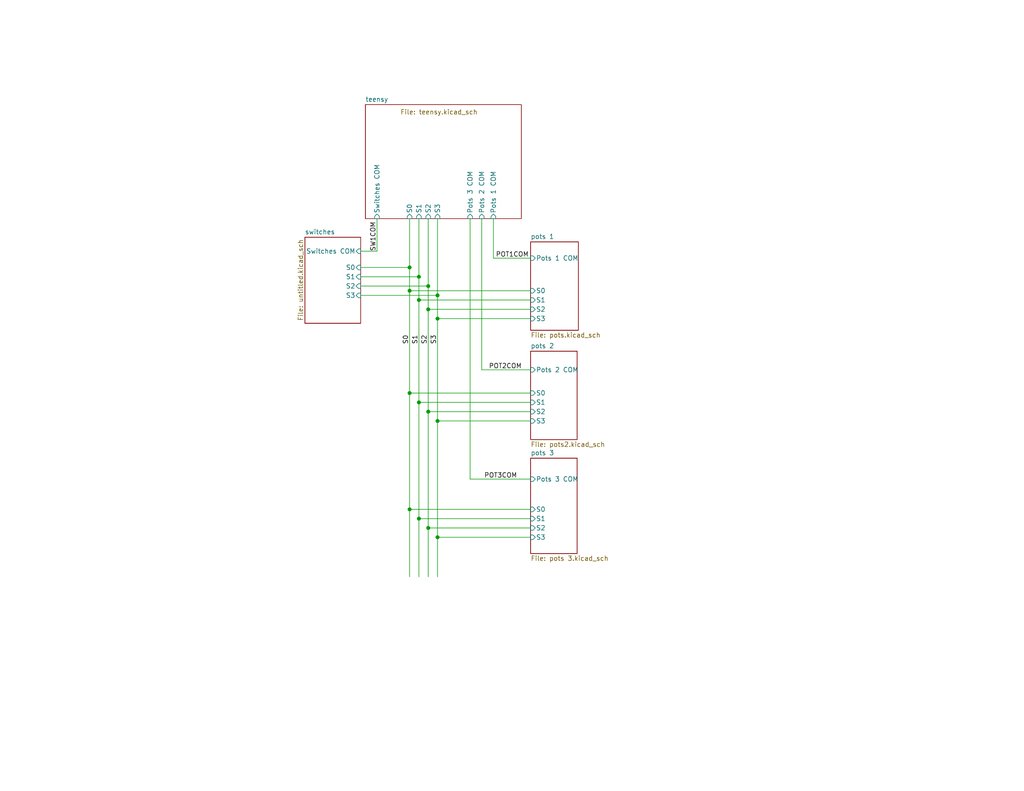
<source format=kicad_sch>
(kicad_sch (version 20230121) (generator eeschema)

  (uuid 030598bf-3d55-483a-af42-40ff6f2e377a)

  (paper "USLetter")

  (title_block
    (title "VMC-1")
    (date "2023-12-03")
  )

  (lib_symbols
  )

  (junction (at 119.38 114.935) (diameter 0) (color 0 0 0 0)
    (uuid 1d70b19b-3293-483e-97e2-f9ff89ce407d)
  )
  (junction (at 114.3 141.605) (diameter 0) (color 0 0 0 0)
    (uuid 22c00abb-4c26-4d85-912b-056c292822e2)
  )
  (junction (at 111.76 107.315) (diameter 0) (color 0 0 0 0)
    (uuid 3e2cd2e4-8735-4523-a3f5-9dcee06df68a)
  )
  (junction (at 119.38 80.645) (diameter 0) (color 0 0 0 0)
    (uuid 511b4e4c-9420-4174-8807-cb607fcb5ab1)
  )
  (junction (at 114.3 75.565) (diameter 0) (color 0 0 0 0)
    (uuid 56eb1c21-f431-486f-88b5-692a7c95b694)
  )
  (junction (at 111.76 73.025) (diameter 0) (color 0 0 0 0)
    (uuid 5f5ec6fd-4392-4505-90e6-5eb75997ac6f)
  )
  (junction (at 114.3 109.855) (diameter 0) (color 0 0 0 0)
    (uuid 611e78d6-c632-4666-99d1-4c4baae20759)
  )
  (junction (at 116.84 112.395) (diameter 0) (color 0 0 0 0)
    (uuid 6ee5e545-694a-4ec0-904c-9a889fde4a5b)
  )
  (junction (at 111.76 79.375) (diameter 0) (color 0 0 0 0)
    (uuid 773f125c-8f45-4a07-8dc6-1e5e940873f0)
  )
  (junction (at 119.38 146.685) (diameter 0) (color 0 0 0 0)
    (uuid 9393c4af-120c-494d-b90e-66c260449d3e)
  )
  (junction (at 116.84 144.145) (diameter 0) (color 0 0 0 0)
    (uuid ab85d557-834f-4fe1-aed2-406382085e4c)
  )
  (junction (at 114.3 81.915) (diameter 0) (color 0 0 0 0)
    (uuid ad3b48f9-d1be-4609-a0fb-0af7266cdf9b)
  )
  (junction (at 116.84 84.455) (diameter 0) (color 0 0 0 0)
    (uuid c35e86df-b8c3-48f4-a940-08a0c198a63d)
  )
  (junction (at 119.38 86.995) (diameter 0) (color 0 0 0 0)
    (uuid d6f63ca6-2256-4e64-a1ff-981b6b6524ec)
  )
  (junction (at 116.84 78.105) (diameter 0) (color 0 0 0 0)
    (uuid e7163ed4-88f7-47f3-8bca-4909881e33fb)
  )
  (junction (at 111.76 139.065) (diameter 0) (color 0 0 0 0)
    (uuid fde347ce-287a-45f4-8e98-d0438d5787ac)
  )

  (wire (pts (xy 114.3 141.605) (xy 114.3 157.48))
    (stroke (width 0) (type default))
    (uuid 026cbacd-f0cb-410c-80e2-c83a85cf5f3b)
  )
  (wire (pts (xy 98.425 68.58) (xy 102.87 68.58))
    (stroke (width 0) (type default))
    (uuid 0fccf2e0-47ed-4541-857d-f1e6dcce4831)
  )
  (wire (pts (xy 144.78 130.81) (xy 128.27 130.81))
    (stroke (width 0) (type default))
    (uuid 0fd092eb-976d-42b1-9c06-9429d174b6ec)
  )
  (wire (pts (xy 116.84 144.145) (xy 116.84 157.48))
    (stroke (width 0) (type default))
    (uuid 12da66ee-e3e6-4208-85f2-d116e07856df)
  )
  (wire (pts (xy 116.84 84.455) (xy 144.78 84.455))
    (stroke (width 0) (type default))
    (uuid 13c004a2-0b31-4c15-b7cb-c734efcee61a)
  )
  (wire (pts (xy 98.425 75.565) (xy 114.3 75.565))
    (stroke (width 0) (type default))
    (uuid 17d021ee-3f56-48bd-acfe-f8f8bb526b16)
  )
  (wire (pts (xy 134.62 70.485) (xy 144.78 70.485))
    (stroke (width 0) (type default))
    (uuid 1996b183-3aef-4cf6-b361-06e92df7b2d1)
  )
  (wire (pts (xy 131.445 100.965) (xy 144.78 100.965))
    (stroke (width 0) (type default))
    (uuid 1f952a97-ba5d-4a0b-ba3a-ca38833fa778)
  )
  (wire (pts (xy 119.38 80.645) (xy 119.38 86.995))
    (stroke (width 0) (type default))
    (uuid 200f1101-8c6f-4ae2-99a7-b15cabfe9c08)
  )
  (wire (pts (xy 114.3 109.855) (xy 144.78 109.855))
    (stroke (width 0) (type default))
    (uuid 3843ad18-a2fd-4f8b-8090-7a9e321c3d55)
  )
  (wire (pts (xy 116.84 84.455) (xy 116.84 112.395))
    (stroke (width 0) (type default))
    (uuid 39095cdd-db25-4333-aa21-0dd75a8e91d9)
  )
  (wire (pts (xy 119.38 86.995) (xy 144.78 86.995))
    (stroke (width 0) (type default))
    (uuid 4173fcbc-213c-495d-aeb6-44a8b6ac3385)
  )
  (wire (pts (xy 114.3 81.915) (xy 144.78 81.915))
    (stroke (width 0) (type default))
    (uuid 47122285-b88d-498c-8b3d-0e4b365f73ec)
  )
  (wire (pts (xy 111.76 107.315) (xy 111.76 139.065))
    (stroke (width 0) (type default))
    (uuid 4a40ecb4-f6ce-4b54-adbd-291efe1779df)
  )
  (wire (pts (xy 116.84 78.105) (xy 116.84 84.455))
    (stroke (width 0) (type default))
    (uuid 4acc78b4-41c0-4dff-a8d1-fef1cd670d4a)
  )
  (wire (pts (xy 128.27 130.81) (xy 128.27 59.69))
    (stroke (width 0) (type default))
    (uuid 5050c7ca-2dfd-4f56-a099-fcf60a78dd04)
  )
  (wire (pts (xy 111.76 79.375) (xy 144.78 79.375))
    (stroke (width 0) (type default))
    (uuid 60213f78-322e-45f2-b543-fb3490fde367)
  )
  (wire (pts (xy 111.76 139.065) (xy 144.78 139.065))
    (stroke (width 0) (type default))
    (uuid 606dea7a-5468-4462-bf53-8ca0bd00af18)
  )
  (wire (pts (xy 114.3 109.855) (xy 114.3 141.605))
    (stroke (width 0) (type default))
    (uuid 6733b680-0c83-4544-893f-fd1513bc711a)
  )
  (wire (pts (xy 111.76 73.025) (xy 111.76 79.375))
    (stroke (width 0) (type default))
    (uuid 70eb67a7-0831-49d6-9cf5-d3c9cd2dbb3c)
  )
  (wire (pts (xy 111.76 59.69) (xy 111.76 73.025))
    (stroke (width 0) (type default))
    (uuid 736868d9-636f-473c-8443-6939c1b8aec3)
  )
  (wire (pts (xy 114.3 75.565) (xy 114.3 81.915))
    (stroke (width 0) (type default))
    (uuid 76e5bedb-3965-4e24-93d1-82c6dd0e10ee)
  )
  (wire (pts (xy 114.3 141.605) (xy 144.78 141.605))
    (stroke (width 0) (type default))
    (uuid 78f1d2ef-3fe5-4fc3-964c-60576d52c7de)
  )
  (wire (pts (xy 119.38 114.935) (xy 144.78 114.935))
    (stroke (width 0) (type default))
    (uuid 7bd5ff16-557d-4301-abf3-f97fc4a32a4b)
  )
  (wire (pts (xy 98.425 80.645) (xy 119.38 80.645))
    (stroke (width 0) (type default))
    (uuid 7ca86f61-0e24-47b9-8a25-359d9092ad63)
  )
  (wire (pts (xy 119.38 146.685) (xy 144.78 146.685))
    (stroke (width 0) (type default))
    (uuid 7dd7abbf-fc40-4e24-aeec-11640df99c55)
  )
  (wire (pts (xy 134.62 59.69) (xy 134.62 70.485))
    (stroke (width 0) (type default))
    (uuid 82e08d9a-6b0c-44a8-bc7c-0639c79645b4)
  )
  (wire (pts (xy 111.76 139.065) (xy 111.76 157.48))
    (stroke (width 0) (type default))
    (uuid 833a2949-25cc-4806-badd-b60924c52ff4)
  )
  (wire (pts (xy 119.38 114.935) (xy 119.38 146.685))
    (stroke (width 0) (type default))
    (uuid 8468ab87-d5b8-4d0d-9a25-d2671921e199)
  )
  (wire (pts (xy 102.87 59.69) (xy 102.87 68.58))
    (stroke (width 0) (type default))
    (uuid 8c144d59-2186-4184-839b-12abe50fc40a)
  )
  (wire (pts (xy 119.38 59.69) (xy 119.38 80.645))
    (stroke (width 0) (type default))
    (uuid 8ee6a768-1dfb-4384-8371-2c077e99aec8)
  )
  (wire (pts (xy 119.38 146.685) (xy 119.38 157.48))
    (stroke (width 0) (type default))
    (uuid 9048578d-c5a5-46e3-865b-5a23a9908a8a)
  )
  (wire (pts (xy 116.84 144.145) (xy 144.78 144.145))
    (stroke (width 0) (type default))
    (uuid 9109a5f2-0caa-405f-9016-6895ee8567ab)
  )
  (wire (pts (xy 114.3 59.69) (xy 114.3 75.565))
    (stroke (width 0) (type default))
    (uuid 98114147-3804-4d8e-b3de-e0f57a7f27cb)
  )
  (wire (pts (xy 114.3 81.915) (xy 114.3 109.855))
    (stroke (width 0) (type default))
    (uuid 9b5b4b38-106d-4ad5-a7b0-024659fa3bf0)
  )
  (wire (pts (xy 119.38 86.995) (xy 119.38 114.935))
    (stroke (width 0) (type default))
    (uuid 9e5ed458-b7f6-4d29-80a3-7de856c0cf45)
  )
  (wire (pts (xy 98.425 73.025) (xy 111.76 73.025))
    (stroke (width 0) (type default))
    (uuid a84b6098-e3f5-4073-9595-1e2db07669f6)
  )
  (wire (pts (xy 116.84 112.395) (xy 116.84 144.145))
    (stroke (width 0) (type default))
    (uuid b1c212ca-67c3-4cf5-b36a-7ebcce521c5f)
  )
  (wire (pts (xy 111.76 79.375) (xy 111.76 107.315))
    (stroke (width 0) (type default))
    (uuid c5b61ce6-653f-442d-97dc-35180a519280)
  )
  (wire (pts (xy 144.78 112.395) (xy 116.84 112.395))
    (stroke (width 0) (type default))
    (uuid c7a9a800-629d-4107-9ce6-8251f603f871)
  )
  (wire (pts (xy 111.76 107.315) (xy 144.78 107.315))
    (stroke (width 0) (type default))
    (uuid caa6505b-4463-4597-8d95-0cc954e14967)
  )
  (wire (pts (xy 131.445 59.69) (xy 131.445 100.965))
    (stroke (width 0) (type default))
    (uuid d1e60b9b-c864-41a4-86b0-8c8419a7aae5)
  )
  (wire (pts (xy 116.84 59.69) (xy 116.84 78.105))
    (stroke (width 0) (type default))
    (uuid df781be2-ade5-423c-9677-2977aa36d655)
  )
  (wire (pts (xy 98.425 78.105) (xy 116.84 78.105))
    (stroke (width 0) (type default))
    (uuid fc9e6ae2-007a-47db-ad66-90acff5b26fd)
  )

  (label "POT2COM" (at 133.35 100.965 0) (fields_autoplaced)
    (effects (font (size 1.27 1.27)) (justify left bottom))
    (uuid 1cf94a68-5a55-4260-87cc-17b9bc0a1ea8)
  )
  (label "S0" (at 111.76 93.98 90) (fields_autoplaced)
    (effects (font (size 1.27 1.27)) (justify left bottom))
    (uuid 34654fca-bb94-419a-81dd-516fcd75b140)
  )
  (label "S1" (at 114.3 93.98 90) (fields_autoplaced)
    (effects (font (size 1.27 1.27)) (justify left bottom))
    (uuid 70159393-d64f-4d9f-911f-b6a459d05881)
  )
  (label "SW1COM" (at 102.87 68.58 90) (fields_autoplaced)
    (effects (font (size 1.27 1.27)) (justify left bottom))
    (uuid 7e6002d3-818f-4347-9a9d-1ac318025cd6)
  )
  (label "S3" (at 119.38 93.98 90) (fields_autoplaced)
    (effects (font (size 1.27 1.27)) (justify left bottom))
    (uuid a0bbf4a0-eb60-4c36-bb81-7c87fc992402)
  )
  (label "POT1COM" (at 135.255 70.485 0) (fields_autoplaced)
    (effects (font (size 1.27 1.27)) (justify left bottom))
    (uuid aa660e7d-3f0f-48a9-a36a-2e6c17e43881)
  )
  (label "S2" (at 116.84 93.98 90) (fields_autoplaced)
    (effects (font (size 1.27 1.27)) (justify left bottom))
    (uuid e392b52a-81c9-4168-945f-69430b1f0551)
  )
  (label "POT3COM" (at 132.08 130.81 0) (fields_autoplaced)
    (effects (font (size 1.27 1.27)) (justify left bottom))
    (uuid f49ca165-f25c-43e1-a3fd-22b140abce48)
  )

  (sheet (at 144.78 95.885) (size 12.7 24.13) (fields_autoplaced)
    (stroke (width 0.1524) (type solid))
    (fill (color 0 0 0 0.0000))
    (uuid 0e4dff31-92f3-4306-89d1-37404e655862)
    (property "Sheetname" "pots 2" (at 144.78 95.1734 0)
      (effects (font (size 1.27 1.27)) (justify left bottom))
    )
    (property "Sheetfile" "pots2.kicad_sch" (at 144.78 120.5996 0)
      (effects (font (size 1.27 1.27)) (justify left top))
    )
    (pin "S0" input (at 144.78 107.315 180)
      (effects (font (size 1.27 1.27)) (justify left))
      (uuid aa3f232d-ee09-4c4c-b828-8e0a35b802f2)
    )
    (pin "S1" input (at 144.78 109.855 180)
      (effects (font (size 1.27 1.27)) (justify left))
      (uuid f96fbe2b-3fdb-4c59-81c5-58a9563d303a)
    )
    (pin "S2" input (at 144.78 112.395 180)
      (effects (font (size 1.27 1.27)) (justify left))
      (uuid 7d910cf2-8ddc-4b18-b2e6-5ddb06393bae)
    )
    (pin "S3" input (at 144.78 114.935 180)
      (effects (font (size 1.27 1.27)) (justify left))
      (uuid 781573b2-ddb4-48b0-8aae-73517bb92bc0)
    )
    (pin "Pots 2 COM" input (at 144.78 100.965 180)
      (effects (font (size 1.27 1.27)) (justify left))
      (uuid b942c3f8-0a5a-4e3a-bcdd-180139c54e29)
    )
    (instances
      (project "VMC1"
        (path "/030598bf-3d55-483a-af42-40ff6f2e377a" (page "4"))
      )
    )
  )

  (sheet (at 144.78 125.095) (size 12.7 26.035) (fields_autoplaced)
    (stroke (width 0.1524) (type solid))
    (fill (color 0 0 0 0.0000))
    (uuid 35d099d8-fbd8-4467-b743-48425c2f6fdb)
    (property "Sheetname" "pots 3" (at 144.78 124.3834 0)
      (effects (font (size 1.27 1.27)) (justify left bottom))
    )
    (property "Sheetfile" "pots 3.kicad_sch" (at 144.78 151.7146 0)
      (effects (font (size 1.27 1.27)) (justify left top))
    )
    (pin "S2" input (at 144.78 144.145 180)
      (effects (font (size 1.27 1.27)) (justify left))
      (uuid fd3ce6d4-c154-4325-874d-0ad0fe6d8b3f)
    )
    (pin "S1" input (at 144.78 141.605 180)
      (effects (font (size 1.27 1.27)) (justify left))
      (uuid 221c8cca-ddd6-4595-9a77-1c8aba5aa69d)
    )
    (pin "S0" input (at 144.78 139.065 180)
      (effects (font (size 1.27 1.27)) (justify left))
      (uuid 49229231-fff9-4abe-ab5b-af7196c205f2)
    )
    (pin "S3" input (at 144.78 146.685 180)
      (effects (font (size 1.27 1.27)) (justify left))
      (uuid 89cc564f-b419-41be-a0d2-a0b8dc8118b0)
    )
    (pin "Pots 3 COM" input (at 144.78 130.81 180)
      (effects (font (size 1.27 1.27)) (justify left))
      (uuid 9fea9292-d881-4af6-b950-6a86962062af)
    )
    (instances
      (project "VMC1"
        (path "/030598bf-3d55-483a-af42-40ff6f2e377a" (page "5"))
      )
    )
  )

  (sheet (at 83.185 64.77) (size 15.24 23.495)
    (stroke (width 0.1524) (type solid))
    (fill (color 0 0 0 0.0000))
    (uuid 8ce3b1db-a7f8-44e4-9e77-9605149963d5)
    (property "Sheetname" "switches" (at 83.185 64.0584 0)
      (effects (font (size 1.27 1.27)) (justify left bottom))
    )
    (property "Sheetfile" "untitled.kicad_sch" (at 81.28 87.63 90)
      (effects (font (size 1.27 1.27)) (justify left top))
    )
    (pin "S0" input (at 98.425 73.025 0)
      (effects (font (size 1.27 1.27)) (justify right))
      (uuid 054098cb-a5a5-4be8-9183-8e1b61040388)
    )
    (pin "S2" input (at 98.425 78.105 0)
      (effects (font (size 1.27 1.27)) (justify right))
      (uuid cb04b019-d5d1-4532-8a30-e8023a37a426)
    )
    (pin "S1" input (at 98.425 75.565 0)
      (effects (font (size 1.27 1.27)) (justify right))
      (uuid 6b55b566-30d2-40a6-b823-dc77d57fe72f)
    )
    (pin "S3" input (at 98.425 80.645 0)
      (effects (font (size 1.27 1.27)) (justify right))
      (uuid cc2e1743-e7a2-4706-aee7-2267256bc487)
    )
    (pin "Switches COM" input (at 98.425 68.58 0)
      (effects (font (size 1.27 1.27)) (justify right))
      (uuid 3cc91cdb-4b13-4acc-a67f-db4be0110952)
    )
    (instances
      (project "VMC1"
        (path "/030598bf-3d55-483a-af42-40ff6f2e377a" (page "6"))
      )
    )
  )

  (sheet (at 144.78 66.04) (size 13.0175 24.13) (fields_autoplaced)
    (stroke (width 0.1524) (type solid))
    (fill (color 0 0 0 0.0000))
    (uuid dcebf1f0-1fde-4bf1-a09a-c049aef368a5)
    (property "Sheetname" "pots 1" (at 144.78 65.3284 0)
      (effects (font (size 1.27 1.27)) (justify left bottom))
    )
    (property "Sheetfile" "pots.kicad_sch" (at 144.78 90.7546 0)
      (effects (font (size 1.27 1.27)) (justify left top))
    )
    (pin "S3" input (at 144.78 86.995 180)
      (effects (font (size 1.27 1.27)) (justify left))
      (uuid 9ea8c115-36a6-45da-ab04-dce76b537775)
    )
    (pin "Pots 1 COM" input (at 144.78 70.485 180)
      (effects (font (size 1.27 1.27)) (justify left))
      (uuid 49434719-d6db-4be0-b6c4-0ff2788dc929)
    )
    (pin "S2" input (at 144.78 84.455 180)
      (effects (font (size 1.27 1.27)) (justify left))
      (uuid aa625ad5-e3c1-4253-90a9-1113a9285af6)
    )
    (pin "S1" input (at 144.78 81.915 180)
      (effects (font (size 1.27 1.27)) (justify left))
      (uuid b43d1c5e-f7a8-4e39-869d-85744b090d98)
    )
    (pin "S0" input (at 144.78 79.375 180)
      (effects (font (size 1.27 1.27)) (justify left))
      (uuid 324f6c60-ea28-4c76-9667-3dcd14d4ef5b)
    )
    (instances
      (project "VMC1"
        (path "/030598bf-3d55-483a-af42-40ff6f2e377a" (page "3"))
      )
    )
  )

  (sheet (at 99.695 28.575) (size 42.545 31.115)
    (stroke (width 0.1524) (type solid))
    (fill (color 0 0 0 0.0000))
    (uuid fdfac26c-d8b4-497d-932c-b6e328b66f3b)
    (property "Sheetname" "teensy" (at 99.695 27.8634 0)
      (effects (font (size 1.27 1.27)) (justify left bottom))
    )
    (property "Sheetfile" "teensy.kicad_sch" (at 109.22 29.845 0)
      (effects (font (size 1.27 1.27)) (justify left top))
    )
    (pin "Pots 1 COM" input (at 134.62 59.69 270)
      (effects (font (size 1.27 1.27)) (justify left))
      (uuid 20cbd098-7b63-4441-871d-348fc1d2e2c1)
    )
    (pin "Pots 2 COM" input (at 131.445 59.69 270)
      (effects (font (size 1.27 1.27)) (justify left))
      (uuid 5d889284-9018-4093-9a0e-27211e7ea2a1)
    )
    (pin "S3" input (at 119.38 59.69 270)
      (effects (font (size 1.27 1.27)) (justify left))
      (uuid 4bc78891-add8-405f-9b3a-9051e23d854d)
    )
    (pin "S0" input (at 111.76 59.69 270)
      (effects (font (size 1.27 1.27)) (justify left))
      (uuid af311bf8-9af1-403d-84d3-d2484c1fc3ac)
    )
    (pin "S1" input (at 114.3 59.69 270)
      (effects (font (size 1.27 1.27)) (justify left))
      (uuid 0a2bd748-7c13-4d6f-ae54-b10068e1ece5)
    )
    (pin "S2" input (at 116.84 59.69 270)
      (effects (font (size 1.27 1.27)) (justify left))
      (uuid 8932fe69-7768-4abe-bdea-36c69215303f)
    )
    (pin "Pots 3 COM" input (at 128.27 59.69 270)
      (effects (font (size 1.27 1.27)) (justify left))
      (uuid 033c0563-c9e3-476f-addb-2ac9d4bebcc6)
    )
    (pin "Switches COM" input (at 102.87 59.69 270)
      (effects (font (size 1.27 1.27)) (justify left))
      (uuid 1d57d280-4bc3-4476-a3c1-baed4dd48acf)
    )
    (instances
      (project "VMC1"
        (path "/030598bf-3d55-483a-af42-40ff6f2e377a" (page "2"))
      )
    )
  )

  (sheet_instances
    (path "/" (page "1"))
  )
)

</source>
